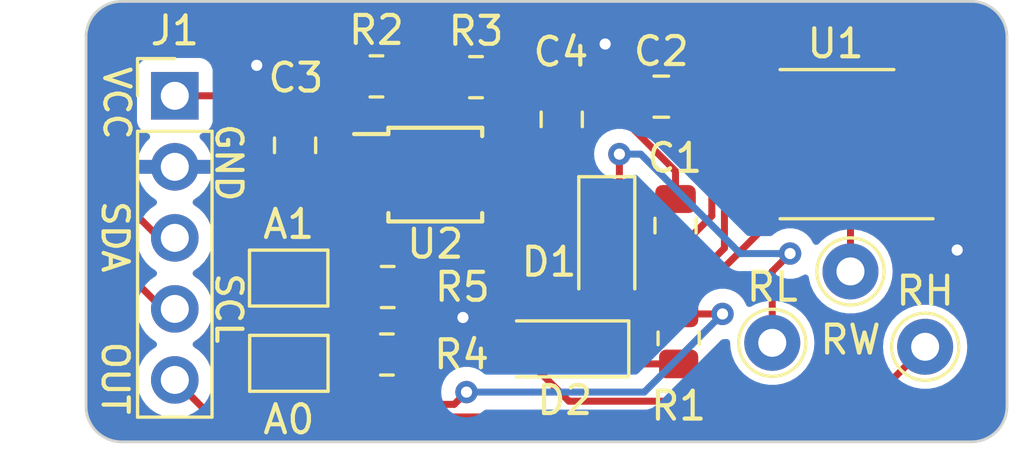
<source format=kicad_pcb>
(kicad_pcb (version 20221018) (generator pcbnew)
  (layers (0 "F.Cu" signal) (31 "B.Cu" signal) (34 "B.Paste" user) (35 "F.Paste" user) (36 "B.SilkS" user "B.Silkscreen") (37 "F.SilkS" user "F.Silkscreen") (38 "B.Mask" user) (39 "F.Mask" user) (44 "Edge.Cuts" user))
  (net 0 "")
  (net 1 "Net-(U1-THRES)")
  (net 2 "GND")
  (net 3 "Net-(U1-CONT)")
  (net 4 "VCC")
  (net 5 "Net-(D1-K)")
  (net 6 "Net-(D1-A)")
  (net 7 "Net-(D2-A)")
  (net 8 "/sda")
  (net 9 "/scl")
  (net 10 "/out")
  (net 11 "/a0")
  (net 12 "/a1")
  (footprint "Resistor_SMD:R_0805_2012Metric" (layer "F.Cu") (at 143.616 94.795)
    (fp_text reference "R5" (at 2.667 0.001) (layer "F.SilkS"))
    (fp_text value "10k")
    (fp_line (start -0.227064 -0.735) (end 0.227064 -0.735) (stroke (width 0.12)) (layer "F.SilkS"))
    (fp_line (start -0.227064 0.735) (end 0.227064 0.735) (stroke (width 0.12)) (layer "F.SilkS"))
    (pad "1" smd roundrect (at -0.9125 0) (size 1.025 1.4) (layers "F.Cu" "F.Paste" "F.Mask") (roundrect_rratio 0.243902) (net 12 "/a1"))
    (pad "2" smd roundrect (at 0.9125 0) (size 1.025 1.4) (layers "F.Cu" "F.Paste" "F.Mask") (roundrect_rratio 0.243902) (net 2 "GND"))
  )
  (footprint "Connector_PinHeader_2.54mm:PinHeader_1x05_P2.54mm_Vertical" (layer "F.Cu") (at 136.012 87.957)
    (fp_text reference "J1" (at 0 -2.33) (layer "F.SilkS"))
    (fp_text value "Conn_01x05_Pin")
    (fp_line (start -1.33 -1.33) (end 0 -1.33) (stroke (width 0.12)) (layer "F.SilkS"))
    (fp_line (start -1.33 0) (end -1.33 -1.33) (stroke (width 0.12)) (layer "F.SilkS"))
    (fp_line (start -1.33 1.27) (end -1.33 11.49) (stroke (width 0.12)) (layer "F.SilkS"))
    (fp_line (start -1.33 1.27) (end 1.33 1.27) (stroke (width 0.12)) (layer "F.SilkS"))
    (fp_line (start -1.33 11.49) (end 1.33 11.49) (stroke (width 0.12)) (layer "F.SilkS"))
    (fp_line (start 1.33 1.27) (end 1.33 11.49) (stroke (width 0.12)) (layer "F.SilkS"))
    (pad "1" thru_hole rect (at 0 0) (size 1.7 1.7) (drill 1) (layers "*.Cu" "*.Mask") (net 4 "VCC"))
    (pad "2" thru_hole oval (at 0 2.54) (size 1.7 1.7) (drill 1) (layers "*.Cu" "*.Mask") (net 2 "GND"))
    (pad "3" thru_hole oval (at 0 5.08) (size 1.7 1.7) (drill 1) (layers "*.Cu" "*.Mask") (net 8 "/sda"))
    (pad "4" thru_hole oval (at 0 7.62) (size 1.7 1.7) (drill 1) (layers "*.Cu" "*.Mask") (net 9 "/scl"))
    (pad "5" thru_hole oval (at 0 10.16) (size 1.7 1.7) (drill 1) (layers "*.Cu" "*.Mask") (net 10 "/out"))
  )
  (footprint "Jumper:SolderJumper-2_P1.3mm_Open_TrianglePad1.0x1.5mm" (layer "F.Cu") (at 140.08 94.475)
    (fp_text reference "A1" (at 0 -1.927 180) (layer "F.SilkS"))
    (fp_text value "~")
    (fp_line (start -1.4 -1) (end 1.4 -1) (stroke (width 0.12)) (layer "F.SilkS"))
    (fp_line (start -1.4 1) (end -1.4 -1) (stroke (width 0.12)) (layer "F.SilkS"))
    (fp_line (start 1.4 -1) (end 1.4 1) (stroke (width 0.12)) (layer "F.SilkS"))
    (fp_line (start 1.4 1) (end -1.4 1) (stroke (width 0.12)) (layer "F.SilkS"))
    (pad "1" smd custom (at -0.725 0) (size 0.3 0.3) (layers "F.Cu" "F.Mask") (net 4 "VCC") (options (clearance outline) (anchor rect)) (primitives (gr_poly (pts (xy 1 0) (xy 0.5 0.75) (xy -0.5 0.75) (xy -0.5 -0.75) (xy 0.5 -0.75)) (width 0) (fill yes))))
    (pad "2" smd custom (at 0.725 0) (size 0.3 0.3) (layers "F.Cu" "F.Mask") (net 12 "/a1") (options (clearance outline) (anchor rect)) (primitives (gr_poly (pts (xy 0.5 0.75) (xy -0.65 0.75) (xy -0.15 0) (xy -0.65 -0.75) (xy 0.5 -0.75)) (width 0) (fill yes))))
  )
  (footprint "Resistor_SMD:R_0805_2012Metric" (layer "F.Cu") (at 146.77 87.292)
    (fp_text reference "R3" (at 0 -1.65 180) (layer "F.SilkS"))
    (fp_text value "10k")
    (fp_line (start -0.227064 -0.735) (end 0.227064 -0.735) (stroke (width 0.12)) (layer "F.SilkS"))
    (fp_line (start -0.227064 0.735) (end 0.227064 0.735) (stroke (width 0.12)) (layer "F.SilkS"))
    (pad "1" smd roundrect (at -0.9125 0) (size 1.025 1.4) (layers "F.Cu" "F.Paste" "F.Mask") (roundrect_rratio 0.243902) (net 4 "VCC"))
    (pad "2" smd roundrect (at 0.9125 0) (size 1.025 1.4) (layers "F.Cu" "F.Paste" "F.Mask") (roundrect_rratio 0.243902) (net 9 "/scl"))
  )
  (footprint "TestPoint:TestPoint_THTPad_D2.0mm_Drill1.0mm" (layer "F.Cu") (at 157.352 96.791)
    (fp_text reference "RL" (at 0 -1.998) (layer "F.SilkS"))
    (fp_text value "TestPoint")
    (fp_circle (center 0 0) (end 0 1.2) (stroke (width 0.12)) (fill none) (layer "F.SilkS"))
    (pad "1" thru_hole circle (at 0 0) (size 2 2) (drill 1) (layers "*.Cu" "*.Mask") (net 5 "Net-(D1-K)"))
  )
  (footprint "Resistor_SMD:R_0805_2012Metric" (layer "F.Cu") (at 154.009 96.632 -90)
    (fp_text reference "R1" (at 2.413 0.001 -180) (layer "F.SilkS"))
    (fp_text value "499")
    (fp_line (start -0.227064 -0.735) (end 0.227064 -0.735) (stroke (width 0.12)) (layer "F.SilkS"))
    (fp_line (start -0.227064 0.735) (end 0.227064 0.735) (stroke (width 0.12)) (layer "F.SilkS"))
    (pad "1" smd roundrect (at -0.9125 0 270) (size 1.025 1.4) (layers "F.Cu" "F.Paste" "F.Mask") (roundrect_rratio 0.243902) (net 4 "VCC"))
    (pad "2" smd roundrect (at 0.9125 0 270) (size 1.025 1.4) (layers "F.Cu" "F.Paste" "F.Mask") (roundrect_rratio 0.243902) (net 6 "Net-(D1-A)"))
  )
  (footprint "Jumper:SolderJumper-2_P1.3mm_Open_TrianglePad1.0x1.5mm" (layer "F.Cu") (at 140.086 97.523)
    (fp_text reference "A0" (at 0 2.01 180) (layer "F.SilkS"))
    (fp_text value "~")
    (fp_line (start -1.4 -1) (end 1.4 -1) (stroke (width 0.12)) (layer "F.SilkS"))
    (fp_line (start -1.4 1) (end -1.4 -1) (stroke (width 0.12)) (layer "F.SilkS"))
    (fp_line (start 1.4 -1) (end 1.4 1) (stroke (width 0.12)) (layer "F.SilkS"))
    (fp_line (start 1.4 1) (end -1.4 1) (stroke (width 0.12)) (layer "F.SilkS"))
    (pad "1" smd custom (at -0.725 0) (size 0.3 0.3) (layers "F.Cu" "F.Mask") (net 4 "VCC") (options (clearance outline) (anchor rect)) (primitives (gr_poly (pts (xy 1 0) (xy 0.5 0.75) (xy -0.5 0.75) (xy -0.5 -0.75) (xy 0.5 -0.75)) (width 0) (fill yes))))
    (pad "2" smd custom (at 0.725 0) (size 0.3 0.3) (layers "F.Cu" "F.Mask") (net 11 "/a0") (options (clearance outline) (anchor rect)) (primitives (gr_poly (pts (xy 0.5 0.75) (xy -0.65 0.75) (xy -0.15 0) (xy -0.65 -0.75) (xy 0.5 -0.75)) (width 0) (fill yes))))
  )
  (footprint "TestPoint:TestPoint_THTPad_D2.0mm_Drill1.0mm" (layer "F.Cu") (at 160.146 94.237)
    (fp_text reference "RW" (at 0 2.447) (layer "F.SilkS"))
    (fp_text value "TestPoint")
    (fp_circle (center 0 0) (end 0 1.2) (stroke (width 0.12)) (fill none) (layer "F.SilkS"))
    (pad "1" thru_hole circle (at 0 0) (size 2 2) (drill 1) (layers "*.Cu" "*.Mask") (net 1 "Net-(U1-THRES)"))
  )
  (footprint "Diode_SMD:D_SOD-123" (layer "F.Cu") (at 149.867 97.007 180)
    (fp_text reference "D2" (at -0.071 -1.838 180) (layer "F.SilkS"))
    (fp_text value "BAT43")
    (fp_line (start -2.36 -1) (end -2.36 1) (stroke (width 0.12)) (layer "F.SilkS"))
    (fp_line (start -2.36 -1) (end 1.65 -1) (stroke (width 0.12)) (layer "F.SilkS"))
    (fp_line (start -2.36 1) (end 1.65 1) (stroke (width 0.12)) (layer "F.SilkS"))
    (pad "1" smd roundrect (at -1.65 0 180) (size 0.9 1.2) (layers "F.Cu" "F.Paste" "F.Mask") (net 6 "Net-(D1-A)"))
    (pad "2" smd roundrect (at 1.65 0 180) (size 0.9 1.2) (layers "F.Cu" "F.Paste" "F.Mask") (net 7 "Net-(D2-A)"))
  )
  (footprint "Diode_SMD:D_SOD-123" (layer "F.Cu") (at 151.442 93.211 -90)
    (fp_text reference "D1" (at 0.688 2.062) (layer "F.SilkS"))
    (fp_text value "BAT43")
    (fp_line (start -2.36 -1) (end -2.36 1) (stroke (width 0.12)) (layer "F.SilkS"))
    (fp_line (start -2.36 -1) (end 1.65 -1) (stroke (width 0.12)) (layer "F.SilkS"))
    (fp_line (start -2.36 1) (end 1.65 1) (stroke (width 0.12)) (layer "F.SilkS"))
    (pad "1" smd roundrect (at -1.65 0 270) (size 0.9 1.2) (layers "F.Cu" "F.Paste" "F.Mask") (net 5 "Net-(D1-K)"))
    (pad "2" smd roundrect (at 1.65 0 270) (size 0.9 1.2) (layers "F.Cu" "F.Paste" "F.Mask") (net 6 "Net-(D1-A)"))
  )
  (footprint "Resistor_SMD:R_0805_2012Metric" (layer "F.Cu") (at 143.214 87.263 180)
    (fp_text reference "R2" (at 0 1.652 180) (layer "F.SilkS"))
    (fp_text value "10k")
    (fp_line (start -0.227064 -0.735) (end 0.227064 -0.735) (stroke (width 0.12)) (layer "F.SilkS"))
    (fp_line (start -0.227064 0.735) (end 0.227064 0.735) (stroke (width 0.12)) (layer "F.SilkS"))
    (pad "1" smd roundrect (at -0.9125 0 180) (size 1.025 1.4) (layers "F.Cu" "F.Paste" "F.Mask") (roundrect_rratio 0.243902) (net 4 "VCC"))
    (pad "2" smd roundrect (at 0.9125 0 180) (size 1.025 1.4) (layers "F.Cu" "F.Paste" "F.Mask") (roundrect_rratio 0.243902) (net 8 "/sda"))
  )
  (footprint "Capacitor_SMD:C_0805_2012Metric" (layer "F.Cu") (at 149.833 88.801 90)
    (fp_text reference "C4" (at 2.413 -0.029) (layer "F.SilkS"))
    (fp_text value "0.1uF")
    (fp_line (start -0.261252 -0.735) (end 0.261252 -0.735) (stroke (width 0.12)) (layer "F.SilkS"))
    (fp_line (start -0.261252 0.735) (end 0.261252 0.735) (stroke (width 0.12)) (layer "F.SilkS"))
    (pad "1" smd roundrect (at -0.95 0 90) (size 1 1.45) (layers "F.Cu" "F.Paste" "F.Mask") (net 4 "VCC"))
    (pad "2" smd roundrect (at 0.95 0 90) (size 1 1.45) (layers "F.Cu" "F.Paste" "F.Mask") (net 2 "GND"))
  )
  (footprint "project:SOIC-8_3.9x4.9mm_P1.27mm" (layer "F.Cu") (at 159.664 89.687 180)
    (fp_text reference "U1" (at 0.05 3.598 unlocked) (layer "F.SilkS"))
    (fp_text value "~")
    (fp_line (start -3.429 -2.667) (end 2.032 -2.667) (stroke (width 0.12)) (layer "F.SilkS"))
    (fp_line (start -2.032 2.667) (end 2.032 2.667) (stroke (width 0.12)) (layer "F.SilkS"))
    (pad "1" smd roundrect (at -2.7 -1.905 180) (size 1.55 0.6) (layers "F.Cu" "F.Paste" "F.Mask") (net 2 "GND"))
    (pad "2" smd roundrect (at -2.7 -0.635 180) (size 1.55 0.6) (layers "F.Cu" "F.Paste" "F.Mask") (net 1 "Net-(U1-THRES)"))
    (pad "3" smd roundrect (at -2.7 0.635 180) (size 1.55 0.6) (layers "F.Cu" "F.Paste" "F.Mask") (net 10 "/out"))
    (pad "4" smd roundrect (at -2.7 1.905 180) (size 1.55 0.6) (layers "F.Cu" "F.Paste" "F.Mask") (net 4 "VCC"))
    (pad "5" smd roundrect (at 2.7 1.905 180) (size 1.55 0.6) (layers "F.Cu" "F.Paste" "F.Mask") (net 3 "Net-(U1-CONT)"))
    (pad "6" smd roundrect (at 2.7 0.635 180) (size 1.55 0.6) (layers "F.Cu" "F.Paste" "F.Mask") (net 1 "Net-(U1-THRES)"))
    (pad "7" smd roundrect (at 2.7 -0.635 180) (size 1.55 0.6) (layers "F.Cu" "F.Paste" "F.Mask") (net 6 "Net-(D1-A)"))
    (pad "8" smd roundrect (at 2.7 -1.905 180) (size 1.55 0.6) (layers "F.Cu" "F.Paste" "F.Mask") (net 4 "VCC"))
  )
  (footprint "Capacitor_SMD:C_0805_2012Metric" (layer "F.Cu") (at 153.897 92.598 90)
    (fp_text reference "C1" (at 2.413 -0.029) (layer "F.SilkS"))
    (fp_text value "0.1uF")
    (fp_line (start -0.261252 -0.735) (end 0.261252 -0.735) (stroke (width 0.12)) (layer "F.SilkS"))
    (fp_line (start -0.261252 0.735) (end 0.261252 0.735) (stroke (width 0.12)) (layer "F.SilkS"))
    (pad "1" smd roundrect (at -0.95 0 90) (size 1 1.45) (layers "F.Cu" "F.Paste" "F.Mask") (net 1 "Net-(U1-THRES)"))
    (pad "2" smd roundrect (at 0.95 0 90) (size 1 1.45) (layers "F.Cu" "F.Paste" "F.Mask") (net 2 "GND"))
  )
  (footprint "Capacitor_SMD:C_0805_2012Metric" (layer "F.Cu") (at 153.389 87.988 180)
    (fp_text reference "C2" (at 0 1.622 180) (layer "F.SilkS"))
    (fp_text value "0.1uF")
    (fp_line (start -0.261252 -0.735) (end 0.261252 -0.735) (stroke (width 0.12)) (layer "F.SilkS"))
    (fp_line (start -0.261252 0.735) (end 0.261252 0.735) (stroke (width 0.12)) (layer "F.SilkS"))
    (pad "1" smd roundrect (at -0.95 0 180) (size 1 1.45) (layers "F.Cu" "F.Paste" "F.Mask") (net 3 "Net-(U1-CONT)"))
    (pad "2" smd roundrect (at 0.95 0 180) (size 1 1.45) (layers "F.Cu" "F.Paste" "F.Mask") (net 2 "GND"))
  )
  (footprint "TestPoint:TestPoint_THTPad_D2.0mm_Drill1.0mm" (layer "F.Cu") (at 162.813 96.932)
    (fp_text reference "RH" (at 0 -1.998) (layer "F.SilkS"))
    (fp_text value "TestPoint")
    (fp_circle (center 0 0) (end 0 1.2) (stroke (width 0.12)) (fill none) (layer "F.SilkS"))
    (pad "1" thru_hole circle (at 0 0) (size 2 2) (drill 1) (layers "*.Cu" "*.Mask") (net 7 "Net-(D2-A)"))
  )
  (footprint "Capacitor_SMD:C_0805_2012Metric" (layer "F.Cu") (at 140.308 89.728 -90)
    (fp_text reference "C3" (at -2.413 -0.029 -180) (layer "F.SilkS"))
    (fp_text value "0.1uF")
    (fp_line (start -0.261252 -0.735) (end 0.261252 -0.735) (stroke (width 0.12)) (layer "F.SilkS"))
    (fp_line (start -0.261252 0.735) (end 0.261252 0.735) (stroke (width 0.12)) (layer "F.SilkS"))
    (pad "1" smd roundrect (at -0.95 0 270) (size 1 1.45) (layers "F.Cu" "F.Paste" "F.Mask") (net 2 "GND"))
    (pad "2" smd roundrect (at 0.95 0 270) (size 1 1.45) (layers "F.Cu" "F.Paste" "F.Mask") (net 4 "VCC"))
  )
  (footprint "Resistor_SMD:R_0805_2012Metric" (layer "F.Cu") (at 143.587 97.208)
    (fp_text reference "R4" (at 2.667 0.001) (layer "F.SilkS"))
    (fp_text value "10k")
    (fp_line (start -0.227064 -0.735) (end 0.227064 -0.735) (stroke (width 0.12)) (layer "F.SilkS"))
    (fp_line (start -0.227064 0.735) (end 0.227064 0.735) (stroke (width 0.12)) (layer "F.SilkS"))
    (pad "1" smd roundrect (at -0.9125 0) (size 1.025 1.4) (layers "F.Cu" "F.Paste" "F.Mask") (roundrect_rratio 0.243902) (net 11 "/a0"))
    (pad "2" smd roundrect (at 0.9125 0) (size 1.025 1.4) (layers "F.Cu" "F.Paste" "F.Mask") (roundrect_rratio 0.243902) (net 2 "GND"))
  )
  (footprint "Package_SO:MSOP-10_3x3mm_P0.5mm" (layer "F.Cu") (at 145.316 90.775)
    (fp_text reference "U2" (at 0 2.48) (layer "F.SilkS"))
    (fp_text value "~")
    (fp_line (start -1.675 -1.675) (end -1.675 -1.45) (stroke (width 0.15)) (layer "F.SilkS"))
    (fp_line (start -1.675 -1.675) (end 1.675 -1.675) (stroke (width 0.15)) (layer "F.SilkS"))
    (fp_line (start -1.675 -1.45) (end -2.9 -1.45) (stroke (width 0.15)) (layer "F.SilkS"))
    (fp_line (start -1.675 1.675) (end -1.675 1.375) (stroke (width 0.15)) (layer "F.SilkS"))
    (fp_line (start -1.675 1.675) (end 1.675 1.675) (stroke (width 0.15)) (layer "F.SilkS"))
    (fp_line (start 1.675 -1.675) (end 1.675 -1.375) (stroke (width 0.15)) (layer "F.SilkS"))
    (fp_line (start 1.675 1.675) (end 1.675 1.375) (stroke (width 0.15)) (layer "F.SilkS"))
    (pad "1" smd rect (at -2.2 -1) (size 1.4 0.3) (layers "F.Cu" "F.Paste" "F.Mask") (net 8 "/sda"))
    (pad "2" smd rect (at -2.2 -0.5) (size 1.4 0.3) (layers "F.Cu" "F.Paste" "F.Mask") (net 2 "GND"))
    (pad "3" smd rect (at -2.2 0) (size 1.4 0.3) (layers "F.Cu" "F.Paste" "F.Mask") (net 4 "VCC"))
    (pad "4" smd rect (at -2.2 0.5) (size 1.4 0.3) (layers "F.Cu" "F.Paste" "F.Mask") (net 12 "/a1"))
    (pad "5" smd rect (at -2.2 1) (size 1.4 0.3) (layers "F.Cu" "F.Paste" "F.Mask") (net 11 "/a0"))
    (pad "6" smd rect (at 2.2 1) (size 1.4 0.3) (layers "F.Cu" "F.Paste" "F.Mask") (net 7 "Net-(D2-A)"))
    (pad "7" smd rect (at 2.2 0.5) (size 1.4 0.3) (layers "F.Cu" "F.Paste" "F.Mask") (net 1 "Net-(U1-THRES)"))
    (pad "8" smd rect (at 2.2 0) (size 1.4 0.3) (layers "F.Cu" "F.Paste" "F.Mask") (net 5 "Net-(D1-K)"))
    (pad "9" smd rect (at 2.2 -0.5) (size 1.4 0.3) (layers "F.Cu" "F.Paste" "F.Mask") (net 4 "VCC"))
    (pad "10" smd rect (at 2.2 -1) (size 1.4 0.3) (layers "F.Cu" "F.Paste" "F.Mask") (net 9 "/scl"))
  )
  (gr_line (start 134.112 84.582) (end 164.465 84.582) (stroke (width 0.1)) (layer "Edge.Cuts"))
  (gr_line (start 164.465 100.33) (end 134.112 100.33) (stroke (width 0.1)) (layer "Edge.Cuts"))
  (gr_arc (start 165.735 99.06) (mid 165.363026 99.958026) (end 164.465 100.33) (stroke (width 0.1)) (layer "Edge.Cuts"))
  (gr_line (start 132.842 85.852) (end 132.842 99.06) (stroke (width 0.1)) (layer "Edge.Cuts"))
  (gr_arc (start 164.465 84.582) (mid 165.363026 84.953974) (end 165.735 85.852) (stroke (width 0.1)) (layer "Edge.Cuts"))
  (gr_arc (start 132.842 85.852) (mid 133.213974 84.953974) (end 134.112 84.582) (stroke (width 0.1)) (layer "Edge.Cuts"))
  (gr_line (start 165.735 85.852) (end 165.735 99.06) (stroke (width 0.1)) (layer "Edge.Cuts"))
  (gr_arc (start 134.112 100.33) (mid 133.213974 99.958026) (end 132.842 99.06) (stroke (width 0.1)) (layer "Edge.Cuts"))
  (gr_text "OUT" (at 133.35 99.441 -90) (layer "F.SilkS") (effects (font (size 0.9 0.9)) (justify right bottom)))
  (gr_text "VCC" (at 133.412 89.608 -90) (layer "F.SilkS") (effects (font (size 0.9 0.9)) (justify right bottom)))
  (gr_text "SCL\n" (at 137.414 96.901 -90) (layer "F.SilkS") (effects (font (size 0.9 0.9)) (justify right bottom)))
  (gr_text "SDA" (at 133.35 94.361 -90) (layer "F.SilkS") (effects (font (size 0.9 0.9)) (justify right bottom)))
  (gr_text "GND" (at 137.414 91.821 -90) (layer "F.SilkS") (effects (font (size 0.9 0.9)) (justify right bottom)))
  (segment (start 148.516 91.275) (end 147.516 91.275) (width 0.25) (layer "F.Cu") (net 1))
  (segment (start 155.194 92.251) (end 155.194 90.297) (width 0.25) (layer "F.Cu") (net 1))
  (segment (start 150.789 93.548) (end 148.516 91.275) (width 0.25) (layer "F.Cu") (net 1))
  (segment (start 161.315 90.322) (end 162.364 90.322) (width 0.25) (layer "F.Cu") (net 1))
  (segment (start 157.140751 89.052) (end 159.035751 87.157) (width 0.25) (layer "F.Cu") (net 1))
  (segment (start 163.185751 87.157) (end 163.464 87.435249) (width 0.25) (layer "F.Cu") (net 1))
  (segment (start 153.897 93.548) (end 155.194 92.251) (width 0.25) (layer "F.Cu") (net 1))
  (segment (start 153.897 93.548) (end 150.789 93.548) (width 0.25) (layer "F.Cu") (net 1))
  (segment (start 155.194 90.297) (end 156.439 89.052) (width 0.25) (layer "F.Cu") (net 1))
  (segment (start 163.185751 88.407) (end 161.276396 88.407) (width 0.25) (layer "F.Cu") (net 1))
  (segment (start 163.464 88.128751) (end 163.185751 88.407) (width 0.25) (layer "F.Cu") (net 1))
  (segment (start 156.964 89.052) (end 157.140751 89.052) (width 0.25) (layer "F.Cu") (net 1))
  (segment (start 159.035751 87.157) (end 163.185751 87.157) (width 0.25) (layer "F.Cu") (net 1))
  (segment (start 156.439 89.052) (end 156.964 89.052) (width 0.25) (layer "F.Cu") (net 1))
  (segment (start 160.146 89.537396) (end 160.146 91.491) (width 0.25) (layer "F.Cu") (net 1))
  (segment (start 160.146 94.237) (end 160.146 91.491) (width 0.25) (layer "F.Cu") (net 1))
  (segment (start 163.464 87.435249) (end 163.464 88.128751) (width 0.25) (layer "F.Cu") (net 1))
  (segment (start 160.146 91.491) (end 161.315 90.322) (width 0.25) (layer "F.Cu") (net 1))
  (segment (start 161.276396 88.407) (end 160.146 89.537396) (width 0.25) (layer "F.Cu") (net 1))
  (segment (start 149.833 86.895) (end 149.833 87.851) (width 0.25) (layer "F.Cu") (net 2))
  (segment (start 149.97 87.988) (end 149.833 87.851) (width 0.25) (layer "F.Cu") (net 2))
  (segment (start 163.957 92.456) (end 163.093 91.592) (width 0.25) (layer "F.Cu") (net 2))
  (segment (start 152.439 87.988) (end 149.97 87.988) (width 0.25) (layer "F.Cu") (net 2))
  (segment (start 151.384 86.106) (end 151.892 86.106) (width 0.25) (layer "F.Cu") (net 2))
  (segment (start 144.5285 94.795) (end 144.5285 97.179) (width 0.25) (layer "F.Cu") (net 2))
  (segment (start 150.622 86.106) (end 149.833 86.895) (width 0.25) (layer "F.Cu") (net 2))
  (segment (start 144.5285 97.179) (end 144.4995 97.208) (width 0.25) (layer "F.Cu") (net 2))
  (segment (start 145.8225 95.885) (end 144.4995 97.208) (width 0.25) (layer "F.Cu") (net 2))
  (segment (start 152.439 86.653) (end 152.439 87.988) (width 0.25) (layer "F.Cu") (net 2))
  (segment (start 146.304 95.885) (end 145.6185 95.885) (width 0.25) (layer "F.Cu") (net 2))
  (segment (start 151.892 86.106) (end 152.439 86.653) (width 0.25) (layer "F.Cu") (net 2))
  (segment (start 163.093 91.592) (end 162.364 91.592) (width 0.25) (layer "F.Cu") (net 2))
  (segment (start 152.439 89.193) (end 153.897 90.651) (width 0.25) (layer "F.Cu") (net 2))
  (segment (start 138.938 87.377396) (end 141.835604 90.275) (width 0.25) (layer "F.Cu") (net 2))
  (segment (start 138.938 86.868) (end 138.938 87.377396) (width 0.25) (layer "F.Cu") (net 2))
  (segment (start 153.897 90.651) (end 153.897 91.648) (width 0.25) (layer "F.Cu") (net 2))
  (segment (start 145.6185 95.885) (end 144.5285 94.795) (width 0.25) (layer "F.Cu") (net 2))
  (segment (start 141.835604 90.275) (end 143.116 90.275) (width 0.25) (layer "F.Cu") (net 2))
  (segment (start 152.439 87.988) (end 152.439 89.193) (width 0.25) (layer "F.Cu") (net 2))
  (segment (start 146.304 95.885) (end 145.8225 95.885) (width 0.25) (layer "F.Cu") (net 2))
  (segment (start 163.957 93.472) (end 163.957 92.456) (width 0.25) (layer "F.Cu") (net 2))
  (segment (start 151.384 86.106) (end 150.622 86.106) (width 0.25) (layer "F.Cu") (net 2))
  (via (at 151.384 86.106) (size 0.8) (drill 0.4) (layers "F.Cu" "B.Cu") (net 2))
  (via (at 138.938 86.868) (size 0.8) (drill 0.4) (layers "F.Cu" "B.Cu") (net 2))
  (via (at 163.957 93.472) (size 0.8) (drill 0.4) (layers "F.Cu" "B.Cu") (net 2))
  (via (at 146.304 95.885) (size 0.8) (drill 0.4) (layers "F.Cu" "B.Cu") (net 2))
  (segment (start 154.545 87.782) (end 154.339 87.988) (width 0.25) (layer "F.Cu") (net 3))
  (segment (start 156.964 87.782) (end 154.545 87.782) (width 0.25) (layer "F.Cu") (net 3))
  (segment (start 156.964 92.7645) (end 154.009 95.7195) (width 0.25) (layer "F.Cu") (net 4))
  (segment (start 143.116 90.775) (end 143.861 90.775) (width 0.25) (layer "F.Cu") (net 4))
  (segment (start 145.8575 89.6165) (end 145.8575 87.292) (width 0.25) (layer "F.Cu") (net 4))
  (segment (start 139.355 97.517) (end 139.361 97.523) (width 0.25) (layer "F.Cu") (net 4))
  (segment (start 138.176 98.425) (end 138.176 88.519) (width 0.25) (layer "F.Cu") (net 4))
  (segment (start 145.8575 87.292) (end 144.1555 87.292) (width 0.25) (layer "F.Cu") (net 4))
  (segment (start 155.575 95.758) (end 154.0475 95.758) (width 0.25) (layer "F.Cu") (net 4))
  (segment (start 138.742 98.991) (end 138.176 98.425) (width 0.25) (layer "F.Cu") (net 4))
  (segment (start 144.1265 88.5005) (end 144.1265 87.263) (width 0.25) (layer "F.Cu") (net 4))
  (segment (start 140.308 90.651) (end 140.308 90.678) (width 0.25) (layer "F.Cu") (net 4))
  (segment (start 146.516 90.275) (end 145.8575 89.6165) (width 0.25) (layer "F.Cu") (net 4))
  (segment (start 154.0475 95.758) (end 154.009 95.7195) (width 0.25) (layer "F.Cu") (net 4))
  (segment (start 138.176 88.519) (end 137.614 87.957) (width 0.25) (layer "F.Cu") (net 4))
  (segment (start 149.309 90.275) (end 149.833 89.751) (width 0.25) (layer "F.Cu") (net 4))
  (segment (start 145.034 90.297) (end 145.034 89.408) (width 0.25) (layer "F.Cu") (net 4))
  (segment (start 147.516 90.275) (end 149.309 90.275) (width 0.25) (layer "F.Cu") (net 4))
  (segment (start 158.344 91.592) (end 156.964 91.592) (width 0.25) (layer "F.Cu") (net 4))
  (segment (start 140.405 90.775) (end 140.308 90.678) (width 0.25) (layer "F.Cu") (net 4))
  (segment (start 139.355 94.475) (end 139.355 97.517) (width 0.25) (layer "F.Cu") (net 4))
  (segment (start 144.526 90.805) (end 145.034 90.297) (width 0.25) (layer "F.Cu") (net 4))
  (segment (start 145.034 89.408) (end 144.1265 88.5005) (width 0.25) (layer "F.Cu") (net 4))
  (segment (start 161.265 87.782) (end 159.004 90.043) (width 0.25) (layer "F.Cu") (net 4))
  (segment (start 140.308 90.678) (end 139.927 90.678) (width 0.25) (layer "F.Cu") (net 4))
  (segment (start 136.012 87.957) (end 137.614 87.957) (width 0.25) (layer "F.Cu") (net 4))
  (segment (start 144.1555 87.292) (end 144.1265 87.263) (width 0.25) (layer "F.Cu") (net 4))
  (segment (start 143.891 90.805) (end 144.526 90.805) (width 0.25) (layer "F.Cu") (net 4))
  (segment (start 143.861 90.775) (end 143.891 90.805) (width 0.25) (layer "F.Cu") (net 4))
  (segment (start 146.431 98.552) (end 145.992 98.991) (width 0.25) (layer "F.Cu") (net 4))
  (segment (start 147.516 90.275) (end 146.516 90.275) (width 0.25) (layer "F.Cu") (net 4))
  (segment (start 139.355 91.25) (end 139.355 94.475) (width 0.25) (layer "F.Cu") (net 4))
  (segment (start 139.927 90.678) (end 139.355 91.25) (width 0.25) (layer "F.Cu") (net 4))
  (segment (start 137.614 87.957) (end 140.308 90.651) (width 0.25) (layer "F.Cu") (net 4))
  (segment (start 143.116 90.775) (end 140.405 90.775) (width 0.25) (layer "F.Cu") (net 4))
  (segment (start 145.992 98.991) (end 138.742 98.991) (width 0.25) (layer "F.Cu") (net 4))
  (segment (start 162.364 87.782) (end 161.265 87.782) (width 0.25) (layer "F.Cu") (net 4))
  (segment (start 159.004 90.043) (end 159.004 90.932) (width 0.25) (layer "F.Cu") (net 4))
  (segment (start 159.004 90.932) (end 158.344 91.592) (width 0.25) (layer "F.Cu") (net 4))
  (segment (start 156.964 91.592) (end 156.964 92.7645) (width 0.25) (layer "F.Cu") (net 4))
  (via (at 155.575 95.758) (size 0.8) (drill 0.4) (layers "F.Cu" "B.Cu") (net 4))
  (via (at 146.431 98.552) (size 0.8) (drill 0.4) (layers "F.Cu" "B.Cu") (net 4))
  (segment (start 155.575 95.758) (end 152.781 98.552) (width 0.25) (layer "B.Cu") (net 4))
  (segment (start 152.781 98.552) (end 146.431 98.552) (width 0.25) (layer "B.Cu") (net 4))
  (segment (start 157.352 94.235) (end 157.352 96.791) (width 0.25) (layer "F.Cu") (net 5))
  (segment (start 151.892 91.111) (end 151.442 91.561) (width 0.25) (layer "F.Cu") (net 5))
  (segment (start 150.362 91.561) (end 149.576 90.775) (width 0.25) (layer "F.Cu") (net 5))
  (segment (start 149.576 90.775) (end 147.516 90.775) (width 0.25) (layer "F.Cu") (net 5))
  (segment (start 157.988 93.599) (end 157.352 94.235) (width 0.25) (layer "F.Cu") (net 5))
  (segment (start 151.442 91.561) (end 150.362 91.561) (width 0.25) (layer "F.Cu") (net 5))
  (segment (start 151.892 90.043) (end 151.892 91.111) (width 0.25) (layer "F.Cu") (net 5))
  (via (at 157.988 93.599) (size 0.8) (drill 0.4) (layers "F.Cu" "B.Cu") (net 5))
  (via (at 151.892 90.043) (size 0.8) (drill 0.4) (layers "F.Cu" "B.Cu") (net 5))
  (segment (start 156.21 93.599) (end 152.654 90.043) (width 0.25) (layer "B.Cu") (net 5))
  (segment (start 157.988 93.599) (end 156.21 93.599) (width 0.25) (layer "B.Cu") (net 5))
  (segment (start 152.654 90.043) (end 151.892 90.043) (width 0.25) (layer "B.Cu") (net 5))
  (segment (start 154.186 94.861) (end 151.442 94.861) (width 0.25) (layer "F.Cu") (net 6))
  (segment (start 155.644 91.465249) (end 155.644 93.403) (width 0.25) (layer "F.Cu") (net 6))
  (segment (start 156.964 90.322) (end 156.787249 90.322) (width 0.25) (layer "F.Cu") (net 6))
  (segment (start 151.442 94.861) (end 151.442 96.932) (width 0.25) (layer "F.Cu") (net 6))
  (segment (start 156.787249 90.322) (end 155.644 91.465249) (width 0.25) (layer "F.Cu") (net 6))
  (segment (start 154.009 97.5445) (end 152.0545 97.5445) (width 0.25) (layer "F.Cu") (net 6))
  (segment (start 152.0545 97.5445) (end 151.517 97.007) (width 0.25) (layer "F.Cu") (net 6))
  (segment (start 151.442 96.932) (end 151.517 97.007) (width 0.25) (layer "F.Cu") (net 6))
  (segment (start 155.644 93.403) (end 154.186 94.861) (width 0.25) (layer "F.Cu") (net 6))
  (segment (start 148.971 93.98) (end 148.971 92.366396) (width 0.25) (layer "F.Cu") (net 7))
  (segment (start 150.088 98.878) (end 148.217 97.007) (width 0.25) (layer "F.Cu") (net 7))
  (segment (start 148.217 94.734) (end 148.971 93.98) (width 0.25) (layer "F.Cu") (net 7))
  (segment (start 162.813 96.932) (end 160.867 98.878) (width 0.25) (layer "F.Cu") (net 7))
  (segment (start 148.379604 91.775) (end 147.516 91.775) (width 0.25) (layer "F.Cu") (net 7))
  (segment (start 148.217 97.007) (end 148.217 94.734) (width 0.25) (layer "F.Cu") (net 7))
  (segment (start 160.867 98.878) (end 150.088 98.878) (width 0.25) (layer "F.Cu") (net 7))
  (segment (start 148.971 92.366396) (end 148.379604 91.775) (width 0.25) (layer "F.Cu") (net 7))
  (segment (start 135.455 93.037) (end 136.012 93.037) (width 0.25) (layer "F.Cu") (net 8))
  (segment (start 135.128 85.852) (end 134.239 86.741) (width 0.25) (layer "F.Cu") (net 8))
  (segment (start 143.116 89.775) (end 141.972 89.775) (width 0.25) (layer "F.Cu") (net 8))
  (segment (start 142.3015 87.8225) (end 142.3015 87.263) (width 0.25) (layer "F.Cu") (net 8))
  (segment (start 142.3015 87.263) (end 141.873 87.263) (width 0.25) (layer "F.Cu") (net 8))
  (segment (start 141.605 89.408) (end 141.605 88.519) (width 0.25) (layer "F.Cu") (net 8))
  (segment (start 141.873 87.263) (end 140.462 85.852) (width 0.25) (layer "F.Cu") (net 8))
  (segment (start 134.239 91.821) (end 135.455 93.037) (width 0.25) (layer "F.Cu") (net 8))
  (segment (start 141.605 88.519) (end 142.3015 87.8225) (width 0.25) (layer "F.Cu") (net 8))
  (segment (start 134.239 86.741) (end 134.239 91.821) (width 0.25) (layer "F.Cu") (net 8))
  (segment (start 141.972 89.775) (end 141.605 89.408) (width 0.25) (layer "F.Cu") (net 8))
  (segment (start 140.462 85.852) (end 135.128 85.852) (width 0.25) (layer "F.Cu") (net 8))
  (segment (start 147.516 89.775) (end 148.477 89.775) (width 0.25) (layer "F.Cu") (net 9))
  (segment (start 148.477 89.775) (end 148.717 89.535) (width 0.25) (layer "F.Cu") (net 9))
  (segment (start 133.789 93.784) (end 135.582 95.577) (width 0.25) (layer "F.Cu") (net 9))
  (segment (start 148.717 89.535) (end 148.717 88.3265) (width 0.25) (layer "F.Cu") (net 9))
  (segment (start 135.582 95.577) (end 136.012 95.577) (width 0.25) (layer "F.Cu") (net 9))
  (segment (start 134.747 85.217) (end 133.789 86.175) (width 0.25) (layer "F.Cu") (net 9))
  (segment (start 145.6075 85.217) (end 134.747 85.217) (width 0.25) (layer "F.Cu") (net 9))
  (segment (start 147.6825 87.292) (end 145.6075 85.217) (width 0.25) (layer "F.Cu") (net 9))
  (segment (start 148.717 88.3265) (end 147.6825 87.292) (width 0.25) (layer "F.Cu") (net 9))
  (segment (start 133.789 86.175) (end 133.789 93.784) (width 0.25) (layer "F.Cu") (net 9))
  (segment (start 162.540751 89.052) (end 164.973 91.484249) (width 0.25) (layer "F.Cu") (net 10))
  (segment (start 137.336 99.441) (end 136.012 98.117) (width 0.25) (layer "F.Cu") (net 10))
  (segment (start 162.814 99.441) (end 137.336 99.441) (width 0.25) (layer "F.Cu") (net 10))
  (segment (start 164.973 97.282) (end 162.814 99.441) (width 0.25) (layer "F.Cu") (net 10))
  (segment (start 164.973 91.484249) (end 164.973 97.282) (width 0.25) (layer "F.Cu") (net 10))
  (segment (start 162.364 89.052) (end 162.540751 89.052) (width 0.25) (layer "F.Cu") (net 10))
  (segment (start 144.653 93.144827) (end 143.637 94.160827) (width 0.25) (layer "F.Cu") (net 11))
  (segment (start 143.637 96.2455) (end 142.6745 97.208) (width 0.25) (layer "F.Cu") (net 11))
  (segment (start 143.116 91.775) (end 143.972 91.775) (width 0.25) (layer "F.Cu") (net 11))
  (segment (start 141.126 97.208) (end 140.811 97.523) (width 0.25) (layer "F.Cu") (net 11))
  (segment (start 143.972 91.775) (end 144.653 92.456) (width 0.25) (layer "F.Cu") (net 11))
  (segment (start 143.637 94.160827) (end 143.637 96.2455) (width 0.25) (layer "F.Cu") (net 11))
  (segment (start 142.6745 97.208) (end 141.126 97.208) (width 0.25) (layer "F.Cu") (net 11))
  (segment (start 144.653 92.456) (end 144.653 93.144827) (width 0.25) (layer "F.Cu") (net 11))
  (segment (start 140.805 92.586) (end 140.805 94.475) (width 0.25) (layer "F.Cu") (net 12))
  (segment (start 140.805 94.475) (end 142.3835 94.475) (width 0.25) (layer "F.Cu") (net 12))
  (segment (start 142.3835 94.475) (end 142.7035 94.795) (width 0.25) (layer "F.Cu") (net 12))
  (segment (start 143.116 91.275) (end 142.116 91.275) (width 0.25) (layer "F.Cu") (net 12))
  (segment (start 142.116 91.275) (end 140.805 92.586) (width 0.25) (layer "F.Cu") (net 12))
  (zone (net 2) (net_name "GND") (layer "B.Cu") (connect_pads (clearance 0.5)) (min_thickness 0.25) (fill yes (thermal_gap 0.5) (thermal_bridge_width 0.5))
    (polygon (pts (xy 132.842 100.33) (xy 165.735 100.33) (xy 165.735 84.582) (xy 132.842 84.582)))
  )
)
</source>
